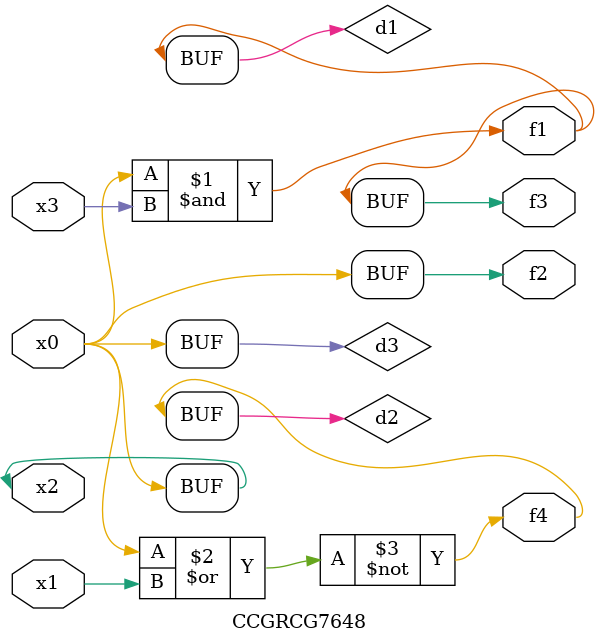
<source format=v>
module CCGRCG7648(
	input x0, x1, x2, x3,
	output f1, f2, f3, f4
);

	wire d1, d2, d3;

	and (d1, x2, x3);
	nor (d2, x0, x1);
	buf (d3, x0, x2);
	assign f1 = d1;
	assign f2 = d3;
	assign f3 = d1;
	assign f4 = d2;
endmodule

</source>
